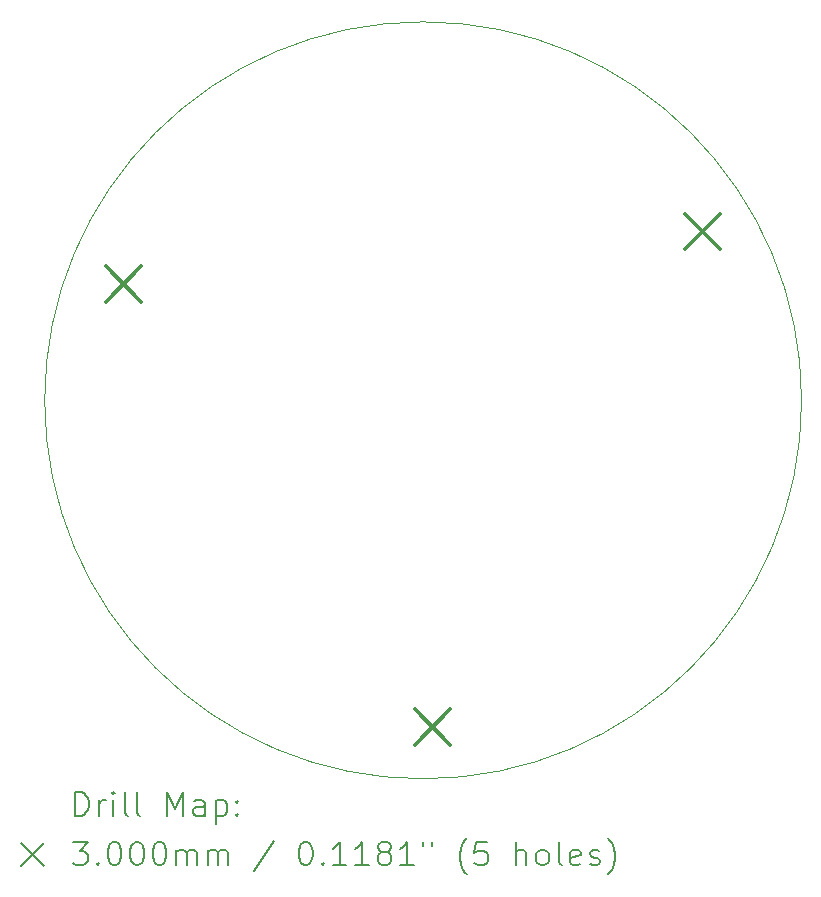
<source format=gbr>
%TF.GenerationSoftware,KiCad,Pcbnew,8.0.4*%
%TF.CreationDate,2024-08-12T17:50:15-06:00*%
%TF.ProjectId,placasLogos,706c6163-6173-44c6-9f67-6f732e6b6963,rev?*%
%TF.SameCoordinates,Original*%
%TF.FileFunction,Drillmap*%
%TF.FilePolarity,Positive*%
%FSLAX45Y45*%
G04 Gerber Fmt 4.5, Leading zero omitted, Abs format (unit mm)*
G04 Created by KiCad (PCBNEW 8.0.4) date 2024-08-12 17:50:15*
%MOMM*%
%LPD*%
G01*
G04 APERTURE LIST*
%ADD10C,0.050000*%
%ADD11C,0.200000*%
%ADD12C,0.300000*%
G04 APERTURE END LIST*
D10*
X17634317Y-9425683D02*
G75*
G02*
X11225683Y-9425683I-3204317J0D01*
G01*
X11225683Y-9425683D02*
G75*
G02*
X17634317Y-9425683I3204317J0D01*
G01*
D11*
D12*
X11742500Y-8290000D02*
X12042500Y-8590000D01*
X12042500Y-8290000D02*
X11742500Y-8590000D01*
X11742500Y-8290000D02*
X12042500Y-8590000D01*
X12042500Y-8290000D02*
X11742500Y-8590000D01*
X14357500Y-12042500D02*
X14657500Y-12342500D01*
X14657500Y-12042500D02*
X14357500Y-12342500D01*
X16645000Y-7845000D02*
X16945000Y-8145000D01*
X16945000Y-7845000D02*
X16645000Y-8145000D01*
X16645000Y-7845000D02*
X16945000Y-8145000D01*
X16945000Y-7845000D02*
X16645000Y-8145000D01*
D11*
X11483959Y-12943984D02*
X11483959Y-12743984D01*
X11483959Y-12743984D02*
X11531578Y-12743984D01*
X11531578Y-12743984D02*
X11560150Y-12753508D01*
X11560150Y-12753508D02*
X11579197Y-12772555D01*
X11579197Y-12772555D02*
X11588721Y-12791603D01*
X11588721Y-12791603D02*
X11598245Y-12829698D01*
X11598245Y-12829698D02*
X11598245Y-12858269D01*
X11598245Y-12858269D02*
X11588721Y-12896365D01*
X11588721Y-12896365D02*
X11579197Y-12915412D01*
X11579197Y-12915412D02*
X11560150Y-12934460D01*
X11560150Y-12934460D02*
X11531578Y-12943984D01*
X11531578Y-12943984D02*
X11483959Y-12943984D01*
X11683959Y-12943984D02*
X11683959Y-12810650D01*
X11683959Y-12848746D02*
X11693483Y-12829698D01*
X11693483Y-12829698D02*
X11703007Y-12820174D01*
X11703007Y-12820174D02*
X11722055Y-12810650D01*
X11722055Y-12810650D02*
X11741102Y-12810650D01*
X11807769Y-12943984D02*
X11807769Y-12810650D01*
X11807769Y-12743984D02*
X11798245Y-12753508D01*
X11798245Y-12753508D02*
X11807769Y-12763031D01*
X11807769Y-12763031D02*
X11817293Y-12753508D01*
X11817293Y-12753508D02*
X11807769Y-12743984D01*
X11807769Y-12743984D02*
X11807769Y-12763031D01*
X11931578Y-12943984D02*
X11912531Y-12934460D01*
X11912531Y-12934460D02*
X11903007Y-12915412D01*
X11903007Y-12915412D02*
X11903007Y-12743984D01*
X12036340Y-12943984D02*
X12017293Y-12934460D01*
X12017293Y-12934460D02*
X12007769Y-12915412D01*
X12007769Y-12915412D02*
X12007769Y-12743984D01*
X12264912Y-12943984D02*
X12264912Y-12743984D01*
X12264912Y-12743984D02*
X12331578Y-12886841D01*
X12331578Y-12886841D02*
X12398245Y-12743984D01*
X12398245Y-12743984D02*
X12398245Y-12943984D01*
X12579197Y-12943984D02*
X12579197Y-12839222D01*
X12579197Y-12839222D02*
X12569674Y-12820174D01*
X12569674Y-12820174D02*
X12550626Y-12810650D01*
X12550626Y-12810650D02*
X12512531Y-12810650D01*
X12512531Y-12810650D02*
X12493483Y-12820174D01*
X12579197Y-12934460D02*
X12560150Y-12943984D01*
X12560150Y-12943984D02*
X12512531Y-12943984D01*
X12512531Y-12943984D02*
X12493483Y-12934460D01*
X12493483Y-12934460D02*
X12483959Y-12915412D01*
X12483959Y-12915412D02*
X12483959Y-12896365D01*
X12483959Y-12896365D02*
X12493483Y-12877317D01*
X12493483Y-12877317D02*
X12512531Y-12867793D01*
X12512531Y-12867793D02*
X12560150Y-12867793D01*
X12560150Y-12867793D02*
X12579197Y-12858269D01*
X12674436Y-12810650D02*
X12674436Y-13010650D01*
X12674436Y-12820174D02*
X12693483Y-12810650D01*
X12693483Y-12810650D02*
X12731578Y-12810650D01*
X12731578Y-12810650D02*
X12750626Y-12820174D01*
X12750626Y-12820174D02*
X12760150Y-12829698D01*
X12760150Y-12829698D02*
X12769674Y-12848746D01*
X12769674Y-12848746D02*
X12769674Y-12905888D01*
X12769674Y-12905888D02*
X12760150Y-12924936D01*
X12760150Y-12924936D02*
X12750626Y-12934460D01*
X12750626Y-12934460D02*
X12731578Y-12943984D01*
X12731578Y-12943984D02*
X12693483Y-12943984D01*
X12693483Y-12943984D02*
X12674436Y-12934460D01*
X12855388Y-12924936D02*
X12864912Y-12934460D01*
X12864912Y-12934460D02*
X12855388Y-12943984D01*
X12855388Y-12943984D02*
X12845864Y-12934460D01*
X12845864Y-12934460D02*
X12855388Y-12924936D01*
X12855388Y-12924936D02*
X12855388Y-12943984D01*
X12855388Y-12820174D02*
X12864912Y-12829698D01*
X12864912Y-12829698D02*
X12855388Y-12839222D01*
X12855388Y-12839222D02*
X12845864Y-12829698D01*
X12845864Y-12829698D02*
X12855388Y-12820174D01*
X12855388Y-12820174D02*
X12855388Y-12839222D01*
X11023183Y-13172500D02*
X11223183Y-13372500D01*
X11223183Y-13172500D02*
X11023183Y-13372500D01*
X11464912Y-13163984D02*
X11588721Y-13163984D01*
X11588721Y-13163984D02*
X11522055Y-13240174D01*
X11522055Y-13240174D02*
X11550626Y-13240174D01*
X11550626Y-13240174D02*
X11569674Y-13249698D01*
X11569674Y-13249698D02*
X11579197Y-13259222D01*
X11579197Y-13259222D02*
X11588721Y-13278269D01*
X11588721Y-13278269D02*
X11588721Y-13325888D01*
X11588721Y-13325888D02*
X11579197Y-13344936D01*
X11579197Y-13344936D02*
X11569674Y-13354460D01*
X11569674Y-13354460D02*
X11550626Y-13363984D01*
X11550626Y-13363984D02*
X11493483Y-13363984D01*
X11493483Y-13363984D02*
X11474436Y-13354460D01*
X11474436Y-13354460D02*
X11464912Y-13344936D01*
X11674436Y-13344936D02*
X11683959Y-13354460D01*
X11683959Y-13354460D02*
X11674436Y-13363984D01*
X11674436Y-13363984D02*
X11664912Y-13354460D01*
X11664912Y-13354460D02*
X11674436Y-13344936D01*
X11674436Y-13344936D02*
X11674436Y-13363984D01*
X11807769Y-13163984D02*
X11826817Y-13163984D01*
X11826817Y-13163984D02*
X11845864Y-13173508D01*
X11845864Y-13173508D02*
X11855388Y-13183031D01*
X11855388Y-13183031D02*
X11864912Y-13202079D01*
X11864912Y-13202079D02*
X11874436Y-13240174D01*
X11874436Y-13240174D02*
X11874436Y-13287793D01*
X11874436Y-13287793D02*
X11864912Y-13325888D01*
X11864912Y-13325888D02*
X11855388Y-13344936D01*
X11855388Y-13344936D02*
X11845864Y-13354460D01*
X11845864Y-13354460D02*
X11826817Y-13363984D01*
X11826817Y-13363984D02*
X11807769Y-13363984D01*
X11807769Y-13363984D02*
X11788721Y-13354460D01*
X11788721Y-13354460D02*
X11779197Y-13344936D01*
X11779197Y-13344936D02*
X11769674Y-13325888D01*
X11769674Y-13325888D02*
X11760150Y-13287793D01*
X11760150Y-13287793D02*
X11760150Y-13240174D01*
X11760150Y-13240174D02*
X11769674Y-13202079D01*
X11769674Y-13202079D02*
X11779197Y-13183031D01*
X11779197Y-13183031D02*
X11788721Y-13173508D01*
X11788721Y-13173508D02*
X11807769Y-13163984D01*
X11998245Y-13163984D02*
X12017293Y-13163984D01*
X12017293Y-13163984D02*
X12036340Y-13173508D01*
X12036340Y-13173508D02*
X12045864Y-13183031D01*
X12045864Y-13183031D02*
X12055388Y-13202079D01*
X12055388Y-13202079D02*
X12064912Y-13240174D01*
X12064912Y-13240174D02*
X12064912Y-13287793D01*
X12064912Y-13287793D02*
X12055388Y-13325888D01*
X12055388Y-13325888D02*
X12045864Y-13344936D01*
X12045864Y-13344936D02*
X12036340Y-13354460D01*
X12036340Y-13354460D02*
X12017293Y-13363984D01*
X12017293Y-13363984D02*
X11998245Y-13363984D01*
X11998245Y-13363984D02*
X11979197Y-13354460D01*
X11979197Y-13354460D02*
X11969674Y-13344936D01*
X11969674Y-13344936D02*
X11960150Y-13325888D01*
X11960150Y-13325888D02*
X11950626Y-13287793D01*
X11950626Y-13287793D02*
X11950626Y-13240174D01*
X11950626Y-13240174D02*
X11960150Y-13202079D01*
X11960150Y-13202079D02*
X11969674Y-13183031D01*
X11969674Y-13183031D02*
X11979197Y-13173508D01*
X11979197Y-13173508D02*
X11998245Y-13163984D01*
X12188721Y-13163984D02*
X12207769Y-13163984D01*
X12207769Y-13163984D02*
X12226817Y-13173508D01*
X12226817Y-13173508D02*
X12236340Y-13183031D01*
X12236340Y-13183031D02*
X12245864Y-13202079D01*
X12245864Y-13202079D02*
X12255388Y-13240174D01*
X12255388Y-13240174D02*
X12255388Y-13287793D01*
X12255388Y-13287793D02*
X12245864Y-13325888D01*
X12245864Y-13325888D02*
X12236340Y-13344936D01*
X12236340Y-13344936D02*
X12226817Y-13354460D01*
X12226817Y-13354460D02*
X12207769Y-13363984D01*
X12207769Y-13363984D02*
X12188721Y-13363984D01*
X12188721Y-13363984D02*
X12169674Y-13354460D01*
X12169674Y-13354460D02*
X12160150Y-13344936D01*
X12160150Y-13344936D02*
X12150626Y-13325888D01*
X12150626Y-13325888D02*
X12141102Y-13287793D01*
X12141102Y-13287793D02*
X12141102Y-13240174D01*
X12141102Y-13240174D02*
X12150626Y-13202079D01*
X12150626Y-13202079D02*
X12160150Y-13183031D01*
X12160150Y-13183031D02*
X12169674Y-13173508D01*
X12169674Y-13173508D02*
X12188721Y-13163984D01*
X12341102Y-13363984D02*
X12341102Y-13230650D01*
X12341102Y-13249698D02*
X12350626Y-13240174D01*
X12350626Y-13240174D02*
X12369674Y-13230650D01*
X12369674Y-13230650D02*
X12398245Y-13230650D01*
X12398245Y-13230650D02*
X12417293Y-13240174D01*
X12417293Y-13240174D02*
X12426817Y-13259222D01*
X12426817Y-13259222D02*
X12426817Y-13363984D01*
X12426817Y-13259222D02*
X12436340Y-13240174D01*
X12436340Y-13240174D02*
X12455388Y-13230650D01*
X12455388Y-13230650D02*
X12483959Y-13230650D01*
X12483959Y-13230650D02*
X12503007Y-13240174D01*
X12503007Y-13240174D02*
X12512531Y-13259222D01*
X12512531Y-13259222D02*
X12512531Y-13363984D01*
X12607769Y-13363984D02*
X12607769Y-13230650D01*
X12607769Y-13249698D02*
X12617293Y-13240174D01*
X12617293Y-13240174D02*
X12636340Y-13230650D01*
X12636340Y-13230650D02*
X12664912Y-13230650D01*
X12664912Y-13230650D02*
X12683959Y-13240174D01*
X12683959Y-13240174D02*
X12693483Y-13259222D01*
X12693483Y-13259222D02*
X12693483Y-13363984D01*
X12693483Y-13259222D02*
X12703007Y-13240174D01*
X12703007Y-13240174D02*
X12722055Y-13230650D01*
X12722055Y-13230650D02*
X12750626Y-13230650D01*
X12750626Y-13230650D02*
X12769674Y-13240174D01*
X12769674Y-13240174D02*
X12779198Y-13259222D01*
X12779198Y-13259222D02*
X12779198Y-13363984D01*
X13169674Y-13154460D02*
X12998245Y-13411603D01*
X13426817Y-13163984D02*
X13445864Y-13163984D01*
X13445864Y-13163984D02*
X13464912Y-13173508D01*
X13464912Y-13173508D02*
X13474436Y-13183031D01*
X13474436Y-13183031D02*
X13483960Y-13202079D01*
X13483960Y-13202079D02*
X13493483Y-13240174D01*
X13493483Y-13240174D02*
X13493483Y-13287793D01*
X13493483Y-13287793D02*
X13483960Y-13325888D01*
X13483960Y-13325888D02*
X13474436Y-13344936D01*
X13474436Y-13344936D02*
X13464912Y-13354460D01*
X13464912Y-13354460D02*
X13445864Y-13363984D01*
X13445864Y-13363984D02*
X13426817Y-13363984D01*
X13426817Y-13363984D02*
X13407769Y-13354460D01*
X13407769Y-13354460D02*
X13398245Y-13344936D01*
X13398245Y-13344936D02*
X13388721Y-13325888D01*
X13388721Y-13325888D02*
X13379198Y-13287793D01*
X13379198Y-13287793D02*
X13379198Y-13240174D01*
X13379198Y-13240174D02*
X13388721Y-13202079D01*
X13388721Y-13202079D02*
X13398245Y-13183031D01*
X13398245Y-13183031D02*
X13407769Y-13173508D01*
X13407769Y-13173508D02*
X13426817Y-13163984D01*
X13579198Y-13344936D02*
X13588721Y-13354460D01*
X13588721Y-13354460D02*
X13579198Y-13363984D01*
X13579198Y-13363984D02*
X13569674Y-13354460D01*
X13569674Y-13354460D02*
X13579198Y-13344936D01*
X13579198Y-13344936D02*
X13579198Y-13363984D01*
X13779198Y-13363984D02*
X13664912Y-13363984D01*
X13722055Y-13363984D02*
X13722055Y-13163984D01*
X13722055Y-13163984D02*
X13703007Y-13192555D01*
X13703007Y-13192555D02*
X13683960Y-13211603D01*
X13683960Y-13211603D02*
X13664912Y-13221127D01*
X13969674Y-13363984D02*
X13855388Y-13363984D01*
X13912531Y-13363984D02*
X13912531Y-13163984D01*
X13912531Y-13163984D02*
X13893483Y-13192555D01*
X13893483Y-13192555D02*
X13874436Y-13211603D01*
X13874436Y-13211603D02*
X13855388Y-13221127D01*
X14083960Y-13249698D02*
X14064912Y-13240174D01*
X14064912Y-13240174D02*
X14055388Y-13230650D01*
X14055388Y-13230650D02*
X14045864Y-13211603D01*
X14045864Y-13211603D02*
X14045864Y-13202079D01*
X14045864Y-13202079D02*
X14055388Y-13183031D01*
X14055388Y-13183031D02*
X14064912Y-13173508D01*
X14064912Y-13173508D02*
X14083960Y-13163984D01*
X14083960Y-13163984D02*
X14122055Y-13163984D01*
X14122055Y-13163984D02*
X14141102Y-13173508D01*
X14141102Y-13173508D02*
X14150626Y-13183031D01*
X14150626Y-13183031D02*
X14160150Y-13202079D01*
X14160150Y-13202079D02*
X14160150Y-13211603D01*
X14160150Y-13211603D02*
X14150626Y-13230650D01*
X14150626Y-13230650D02*
X14141102Y-13240174D01*
X14141102Y-13240174D02*
X14122055Y-13249698D01*
X14122055Y-13249698D02*
X14083960Y-13249698D01*
X14083960Y-13249698D02*
X14064912Y-13259222D01*
X14064912Y-13259222D02*
X14055388Y-13268746D01*
X14055388Y-13268746D02*
X14045864Y-13287793D01*
X14045864Y-13287793D02*
X14045864Y-13325888D01*
X14045864Y-13325888D02*
X14055388Y-13344936D01*
X14055388Y-13344936D02*
X14064912Y-13354460D01*
X14064912Y-13354460D02*
X14083960Y-13363984D01*
X14083960Y-13363984D02*
X14122055Y-13363984D01*
X14122055Y-13363984D02*
X14141102Y-13354460D01*
X14141102Y-13354460D02*
X14150626Y-13344936D01*
X14150626Y-13344936D02*
X14160150Y-13325888D01*
X14160150Y-13325888D02*
X14160150Y-13287793D01*
X14160150Y-13287793D02*
X14150626Y-13268746D01*
X14150626Y-13268746D02*
X14141102Y-13259222D01*
X14141102Y-13259222D02*
X14122055Y-13249698D01*
X14350626Y-13363984D02*
X14236341Y-13363984D01*
X14293483Y-13363984D02*
X14293483Y-13163984D01*
X14293483Y-13163984D02*
X14274436Y-13192555D01*
X14274436Y-13192555D02*
X14255388Y-13211603D01*
X14255388Y-13211603D02*
X14236341Y-13221127D01*
X14426817Y-13163984D02*
X14426817Y-13202079D01*
X14503007Y-13163984D02*
X14503007Y-13202079D01*
X14798245Y-13440174D02*
X14788722Y-13430650D01*
X14788722Y-13430650D02*
X14769674Y-13402079D01*
X14769674Y-13402079D02*
X14760150Y-13383031D01*
X14760150Y-13383031D02*
X14750626Y-13354460D01*
X14750626Y-13354460D02*
X14741103Y-13306841D01*
X14741103Y-13306841D02*
X14741103Y-13268746D01*
X14741103Y-13268746D02*
X14750626Y-13221127D01*
X14750626Y-13221127D02*
X14760150Y-13192555D01*
X14760150Y-13192555D02*
X14769674Y-13173508D01*
X14769674Y-13173508D02*
X14788722Y-13144936D01*
X14788722Y-13144936D02*
X14798245Y-13135412D01*
X14969674Y-13163984D02*
X14874436Y-13163984D01*
X14874436Y-13163984D02*
X14864912Y-13259222D01*
X14864912Y-13259222D02*
X14874436Y-13249698D01*
X14874436Y-13249698D02*
X14893483Y-13240174D01*
X14893483Y-13240174D02*
X14941103Y-13240174D01*
X14941103Y-13240174D02*
X14960150Y-13249698D01*
X14960150Y-13249698D02*
X14969674Y-13259222D01*
X14969674Y-13259222D02*
X14979198Y-13278269D01*
X14979198Y-13278269D02*
X14979198Y-13325888D01*
X14979198Y-13325888D02*
X14969674Y-13344936D01*
X14969674Y-13344936D02*
X14960150Y-13354460D01*
X14960150Y-13354460D02*
X14941103Y-13363984D01*
X14941103Y-13363984D02*
X14893483Y-13363984D01*
X14893483Y-13363984D02*
X14874436Y-13354460D01*
X14874436Y-13354460D02*
X14864912Y-13344936D01*
X15217293Y-13363984D02*
X15217293Y-13163984D01*
X15303007Y-13363984D02*
X15303007Y-13259222D01*
X15303007Y-13259222D02*
X15293484Y-13240174D01*
X15293484Y-13240174D02*
X15274436Y-13230650D01*
X15274436Y-13230650D02*
X15245864Y-13230650D01*
X15245864Y-13230650D02*
X15226817Y-13240174D01*
X15226817Y-13240174D02*
X15217293Y-13249698D01*
X15426817Y-13363984D02*
X15407769Y-13354460D01*
X15407769Y-13354460D02*
X15398245Y-13344936D01*
X15398245Y-13344936D02*
X15388722Y-13325888D01*
X15388722Y-13325888D02*
X15388722Y-13268746D01*
X15388722Y-13268746D02*
X15398245Y-13249698D01*
X15398245Y-13249698D02*
X15407769Y-13240174D01*
X15407769Y-13240174D02*
X15426817Y-13230650D01*
X15426817Y-13230650D02*
X15455388Y-13230650D01*
X15455388Y-13230650D02*
X15474436Y-13240174D01*
X15474436Y-13240174D02*
X15483960Y-13249698D01*
X15483960Y-13249698D02*
X15493484Y-13268746D01*
X15493484Y-13268746D02*
X15493484Y-13325888D01*
X15493484Y-13325888D02*
X15483960Y-13344936D01*
X15483960Y-13344936D02*
X15474436Y-13354460D01*
X15474436Y-13354460D02*
X15455388Y-13363984D01*
X15455388Y-13363984D02*
X15426817Y-13363984D01*
X15607769Y-13363984D02*
X15588722Y-13354460D01*
X15588722Y-13354460D02*
X15579198Y-13335412D01*
X15579198Y-13335412D02*
X15579198Y-13163984D01*
X15760150Y-13354460D02*
X15741103Y-13363984D01*
X15741103Y-13363984D02*
X15703007Y-13363984D01*
X15703007Y-13363984D02*
X15683960Y-13354460D01*
X15683960Y-13354460D02*
X15674436Y-13335412D01*
X15674436Y-13335412D02*
X15674436Y-13259222D01*
X15674436Y-13259222D02*
X15683960Y-13240174D01*
X15683960Y-13240174D02*
X15703007Y-13230650D01*
X15703007Y-13230650D02*
X15741103Y-13230650D01*
X15741103Y-13230650D02*
X15760150Y-13240174D01*
X15760150Y-13240174D02*
X15769674Y-13259222D01*
X15769674Y-13259222D02*
X15769674Y-13278269D01*
X15769674Y-13278269D02*
X15674436Y-13297317D01*
X15845865Y-13354460D02*
X15864912Y-13363984D01*
X15864912Y-13363984D02*
X15903007Y-13363984D01*
X15903007Y-13363984D02*
X15922055Y-13354460D01*
X15922055Y-13354460D02*
X15931579Y-13335412D01*
X15931579Y-13335412D02*
X15931579Y-13325888D01*
X15931579Y-13325888D02*
X15922055Y-13306841D01*
X15922055Y-13306841D02*
X15903007Y-13297317D01*
X15903007Y-13297317D02*
X15874436Y-13297317D01*
X15874436Y-13297317D02*
X15855388Y-13287793D01*
X15855388Y-13287793D02*
X15845865Y-13268746D01*
X15845865Y-13268746D02*
X15845865Y-13259222D01*
X15845865Y-13259222D02*
X15855388Y-13240174D01*
X15855388Y-13240174D02*
X15874436Y-13230650D01*
X15874436Y-13230650D02*
X15903007Y-13230650D01*
X15903007Y-13230650D02*
X15922055Y-13240174D01*
X15998246Y-13440174D02*
X16007769Y-13430650D01*
X16007769Y-13430650D02*
X16026817Y-13402079D01*
X16026817Y-13402079D02*
X16036341Y-13383031D01*
X16036341Y-13383031D02*
X16045865Y-13354460D01*
X16045865Y-13354460D02*
X16055388Y-13306841D01*
X16055388Y-13306841D02*
X16055388Y-13268746D01*
X16055388Y-13268746D02*
X16045865Y-13221127D01*
X16045865Y-13221127D02*
X16036341Y-13192555D01*
X16036341Y-13192555D02*
X16026817Y-13173508D01*
X16026817Y-13173508D02*
X16007769Y-13144936D01*
X16007769Y-13144936D02*
X15998246Y-13135412D01*
M02*

</source>
